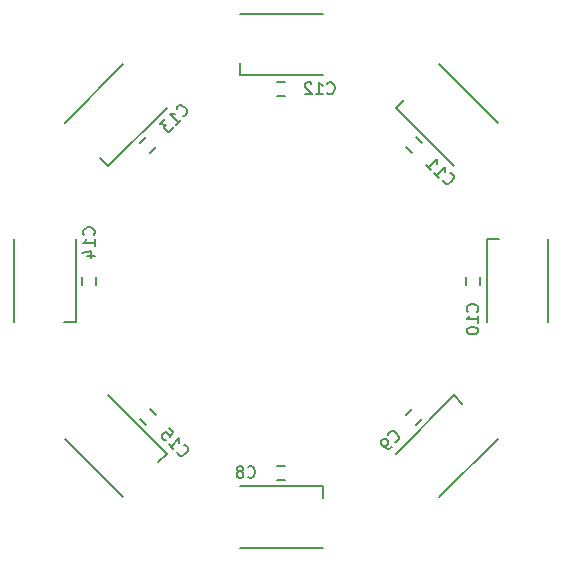
<source format=gbr>
G04 #@! TF.FileFunction,Legend,Bot*
%FSLAX46Y46*%
G04 Gerber Fmt 4.6, Leading zero omitted, Abs format (unit mm)*
G04 Created by KiCad (PCBNEW 4.0.2+dfsg1-stable) date Mon 17 Oct 2016 06:19:30 PM CST*
%MOMM*%
G01*
G04 APERTURE LIST*
%ADD10C,0.100000*%
%ADD11C,0.150000*%
G04 APERTURE END LIST*
D10*
D11*
X100350000Y-115650000D02*
X99650000Y-115650000D01*
X99650000Y-116850000D02*
X100350000Y-116850000D01*
X111073223Y-110828249D02*
X110578249Y-111323223D01*
X111426777Y-112171751D02*
X111921751Y-111676777D01*
X115650000Y-99650000D02*
X115650000Y-100350000D01*
X116850000Y-100350000D02*
X116850000Y-99650000D01*
X110578249Y-88676777D02*
X111073223Y-89171751D01*
X111921751Y-88323223D02*
X111426777Y-87828249D01*
X99650000Y-84350000D02*
X100350000Y-84350000D01*
X100350000Y-83150000D02*
X99650000Y-83150000D01*
X88926777Y-89171751D02*
X89421751Y-88676777D01*
X88573223Y-87828249D02*
X88078249Y-88323223D01*
X84350000Y-100350000D02*
X84350000Y-99650000D01*
X83150000Y-99650000D02*
X83150000Y-100350000D01*
X89421751Y-111323223D02*
X88926777Y-110828249D01*
X88078249Y-111676777D02*
X88573223Y-112171751D01*
X96500000Y-122600000D02*
X103500000Y-122600000D01*
X96500000Y-117400000D02*
X103500000Y-117400000D01*
X103500000Y-117400000D02*
X103500000Y-118400000D01*
X113363604Y-118313351D02*
X118313351Y-113363604D01*
X109686649Y-114636396D02*
X114636396Y-109686649D01*
X114636396Y-109686649D02*
X115343503Y-110393755D01*
X122600000Y-103500000D02*
X122600000Y-96500000D01*
X117400000Y-103500000D02*
X117400000Y-96500000D01*
X117400000Y-96500000D02*
X118400000Y-96500000D01*
X118313351Y-86636396D02*
X113363604Y-81686649D01*
X114636396Y-90313351D02*
X109686649Y-85363604D01*
X109686649Y-85363604D02*
X110393755Y-84656497D01*
X103500000Y-77400000D02*
X96500000Y-77400000D01*
X103500000Y-82600000D02*
X96500000Y-82600000D01*
X96500000Y-82600000D02*
X96500000Y-81600000D01*
X77400000Y-96500000D02*
X77400000Y-103500000D01*
X82600000Y-96500000D02*
X82600000Y-103500000D01*
X82600000Y-103500000D02*
X81600000Y-103500000D01*
X81686649Y-113363604D02*
X86636396Y-118313351D01*
X85363604Y-109686649D02*
X90313351Y-114636396D01*
X90313351Y-114636396D02*
X89606245Y-115343503D01*
X86636396Y-81686649D02*
X81686649Y-86636396D01*
X90313351Y-85363604D02*
X85363604Y-90313351D01*
X85363604Y-90313351D02*
X84656497Y-89606245D01*
X97166666Y-116607143D02*
X97214285Y-116654762D01*
X97357142Y-116702381D01*
X97452380Y-116702381D01*
X97595238Y-116654762D01*
X97690476Y-116559524D01*
X97738095Y-116464286D01*
X97785714Y-116273810D01*
X97785714Y-116130952D01*
X97738095Y-115940476D01*
X97690476Y-115845238D01*
X97595238Y-115750000D01*
X97452380Y-115702381D01*
X97357142Y-115702381D01*
X97214285Y-115750000D01*
X97166666Y-115797619D01*
X96595238Y-116130952D02*
X96690476Y-116083333D01*
X96738095Y-116035714D01*
X96785714Y-115940476D01*
X96785714Y-115892857D01*
X96738095Y-115797619D01*
X96690476Y-115750000D01*
X96595238Y-115702381D01*
X96404761Y-115702381D01*
X96309523Y-115750000D01*
X96261904Y-115797619D01*
X96214285Y-115892857D01*
X96214285Y-115940476D01*
X96261904Y-116035714D01*
X96309523Y-116083333D01*
X96404761Y-116130952D01*
X96595238Y-116130952D01*
X96690476Y-116178571D01*
X96738095Y-116226190D01*
X96785714Y-116321429D01*
X96785714Y-116511905D01*
X96738095Y-116607143D01*
X96690476Y-116654762D01*
X96595238Y-116702381D01*
X96404761Y-116702381D01*
X96309523Y-116654762D01*
X96261904Y-116607143D01*
X96214285Y-116511905D01*
X96214285Y-116321429D01*
X96261904Y-116226190D01*
X96309523Y-116178571D01*
X96404761Y-116130952D01*
X109620389Y-113634688D02*
X109687732Y-113634688D01*
X109822419Y-113567344D01*
X109889763Y-113500001D01*
X109957107Y-113365313D01*
X109957107Y-113230626D01*
X109923435Y-113129611D01*
X109822420Y-112961253D01*
X109721404Y-112860237D01*
X109553045Y-112759222D01*
X109452030Y-112725550D01*
X109317343Y-112725550D01*
X109182656Y-112792894D01*
X109115312Y-112860237D01*
X109047969Y-112994924D01*
X109047969Y-113062268D01*
X109351015Y-114038748D02*
X109216328Y-114173435D01*
X109115312Y-114207107D01*
X109047969Y-114207107D01*
X108879610Y-114173436D01*
X108711252Y-114072421D01*
X108441877Y-113803046D01*
X108408206Y-113702031D01*
X108408206Y-113634688D01*
X108441877Y-113533672D01*
X108576565Y-113398985D01*
X108677580Y-113365313D01*
X108744924Y-113365313D01*
X108845939Y-113398985D01*
X109014297Y-113567343D01*
X109047969Y-113668359D01*
X109047970Y-113735703D01*
X109014298Y-113836718D01*
X108879610Y-113971405D01*
X108778595Y-114005077D01*
X108711251Y-114005076D01*
X108610236Y-113971405D01*
X116607143Y-102607143D02*
X116654762Y-102559524D01*
X116702381Y-102416667D01*
X116702381Y-102321429D01*
X116654762Y-102178571D01*
X116559524Y-102083333D01*
X116464286Y-102035714D01*
X116273810Y-101988095D01*
X116130952Y-101988095D01*
X115940476Y-102035714D01*
X115845238Y-102083333D01*
X115750000Y-102178571D01*
X115702381Y-102321429D01*
X115702381Y-102416667D01*
X115750000Y-102559524D01*
X115797619Y-102607143D01*
X116702381Y-103559524D02*
X116702381Y-102988095D01*
X116702381Y-103273809D02*
X115702381Y-103273809D01*
X115845238Y-103178571D01*
X115940476Y-103083333D01*
X115988095Y-102988095D01*
X115702381Y-104178571D02*
X115702381Y-104273810D01*
X115750000Y-104369048D01*
X115797619Y-104416667D01*
X115892857Y-104464286D01*
X116083333Y-104511905D01*
X116321429Y-104511905D01*
X116511905Y-104464286D01*
X116607143Y-104416667D01*
X116654762Y-104369048D01*
X116702381Y-104273810D01*
X116702381Y-104178571D01*
X116654762Y-104083333D01*
X116607143Y-104035714D01*
X116511905Y-103988095D01*
X116321429Y-103940476D01*
X116083333Y-103940476D01*
X115892857Y-103988095D01*
X115797619Y-104035714D01*
X115750000Y-104083333D01*
X115702381Y-104178571D01*
X113702030Y-91457107D02*
X113702030Y-91524450D01*
X113769374Y-91659137D01*
X113836717Y-91726481D01*
X113971405Y-91793825D01*
X114106092Y-91793825D01*
X114207107Y-91760153D01*
X114375465Y-91659138D01*
X114476481Y-91558122D01*
X114577496Y-91389763D01*
X114611168Y-91288748D01*
X114611168Y-91154061D01*
X114543824Y-91019374D01*
X114476481Y-90952030D01*
X114341794Y-90884687D01*
X114274450Y-90884687D01*
X112961252Y-90851015D02*
X113365313Y-91255076D01*
X113163283Y-91053046D02*
X113870390Y-90345939D01*
X113836718Y-90514298D01*
X113836718Y-90648985D01*
X113870390Y-90750000D01*
X112287817Y-90177580D02*
X112691878Y-90581641D01*
X112489848Y-90379611D02*
X113196955Y-89672504D01*
X113163283Y-89840863D01*
X113163283Y-89975550D01*
X113196955Y-90076565D01*
X103892857Y-84107143D02*
X103940476Y-84154762D01*
X104083333Y-84202381D01*
X104178571Y-84202381D01*
X104321429Y-84154762D01*
X104416667Y-84059524D01*
X104464286Y-83964286D01*
X104511905Y-83773810D01*
X104511905Y-83630952D01*
X104464286Y-83440476D01*
X104416667Y-83345238D01*
X104321429Y-83250000D01*
X104178571Y-83202381D01*
X104083333Y-83202381D01*
X103940476Y-83250000D01*
X103892857Y-83297619D01*
X102940476Y-84202381D02*
X103511905Y-84202381D01*
X103226191Y-84202381D02*
X103226191Y-83202381D01*
X103321429Y-83345238D01*
X103416667Y-83440476D01*
X103511905Y-83488095D01*
X102559524Y-83297619D02*
X102511905Y-83250000D01*
X102416667Y-83202381D01*
X102178571Y-83202381D01*
X102083333Y-83250000D01*
X102035714Y-83297619D01*
X101988095Y-83392857D01*
X101988095Y-83488095D01*
X102035714Y-83630952D01*
X102607143Y-84202381D01*
X101988095Y-84202381D01*
X91707107Y-86047970D02*
X91774450Y-86047970D01*
X91909137Y-85980626D01*
X91976481Y-85913283D01*
X92043825Y-85778595D01*
X92043825Y-85643908D01*
X92010153Y-85542893D01*
X91909138Y-85374535D01*
X91808122Y-85273519D01*
X91639763Y-85172504D01*
X91538748Y-85138832D01*
X91404061Y-85138832D01*
X91269374Y-85206176D01*
X91202030Y-85273519D01*
X91134687Y-85408206D01*
X91134687Y-85475550D01*
X91101015Y-86788748D02*
X91505076Y-86384687D01*
X91303046Y-86586717D02*
X90595939Y-85879610D01*
X90764298Y-85913282D01*
X90898985Y-85913282D01*
X91000000Y-85879610D01*
X90158206Y-86317343D02*
X89720473Y-86755076D01*
X90225550Y-86788747D01*
X90124534Y-86889763D01*
X90090862Y-86990778D01*
X90090862Y-87058122D01*
X90124535Y-87159138D01*
X90292893Y-87327496D01*
X90393908Y-87361168D01*
X90461252Y-87361168D01*
X90562267Y-87327496D01*
X90764298Y-87125465D01*
X90797970Y-87024450D01*
X90797970Y-86957107D01*
X84107143Y-96107143D02*
X84154762Y-96059524D01*
X84202381Y-95916667D01*
X84202381Y-95821429D01*
X84154762Y-95678571D01*
X84059524Y-95583333D01*
X83964286Y-95535714D01*
X83773810Y-95488095D01*
X83630952Y-95488095D01*
X83440476Y-95535714D01*
X83345238Y-95583333D01*
X83250000Y-95678571D01*
X83202381Y-95821429D01*
X83202381Y-95916667D01*
X83250000Y-96059524D01*
X83297619Y-96107143D01*
X84202381Y-97059524D02*
X84202381Y-96488095D01*
X84202381Y-96773809D02*
X83202381Y-96773809D01*
X83345238Y-96678571D01*
X83440476Y-96583333D01*
X83488095Y-96488095D01*
X83535714Y-97916667D02*
X84202381Y-97916667D01*
X83154762Y-97678571D02*
X83869048Y-97440476D01*
X83869048Y-98059524D01*
X91202030Y-114457107D02*
X91202030Y-114524450D01*
X91269374Y-114659137D01*
X91336717Y-114726481D01*
X91471405Y-114793825D01*
X91606092Y-114793825D01*
X91707107Y-114760153D01*
X91875465Y-114659138D01*
X91976481Y-114558122D01*
X92077496Y-114389763D01*
X92111168Y-114288748D01*
X92111168Y-114154061D01*
X92043824Y-114019374D01*
X91976481Y-113952030D01*
X91841794Y-113884687D01*
X91774450Y-113884687D01*
X90461252Y-113851015D02*
X90865313Y-114255076D01*
X90663283Y-114053046D02*
X91370390Y-113345939D01*
X91336718Y-113514298D01*
X91336718Y-113648985D01*
X91370390Y-113750000D01*
X90528595Y-112504145D02*
X90865313Y-112840863D01*
X90562268Y-113211252D01*
X90562268Y-113143908D01*
X90528596Y-113042893D01*
X90360237Y-112874534D01*
X90259222Y-112840862D01*
X90191878Y-112840862D01*
X90090862Y-112874535D01*
X89922504Y-113042893D01*
X89888832Y-113143908D01*
X89888832Y-113211252D01*
X89922504Y-113312267D01*
X90090863Y-113480626D01*
X90191878Y-113514298D01*
X90259222Y-113514298D01*
M02*

</source>
